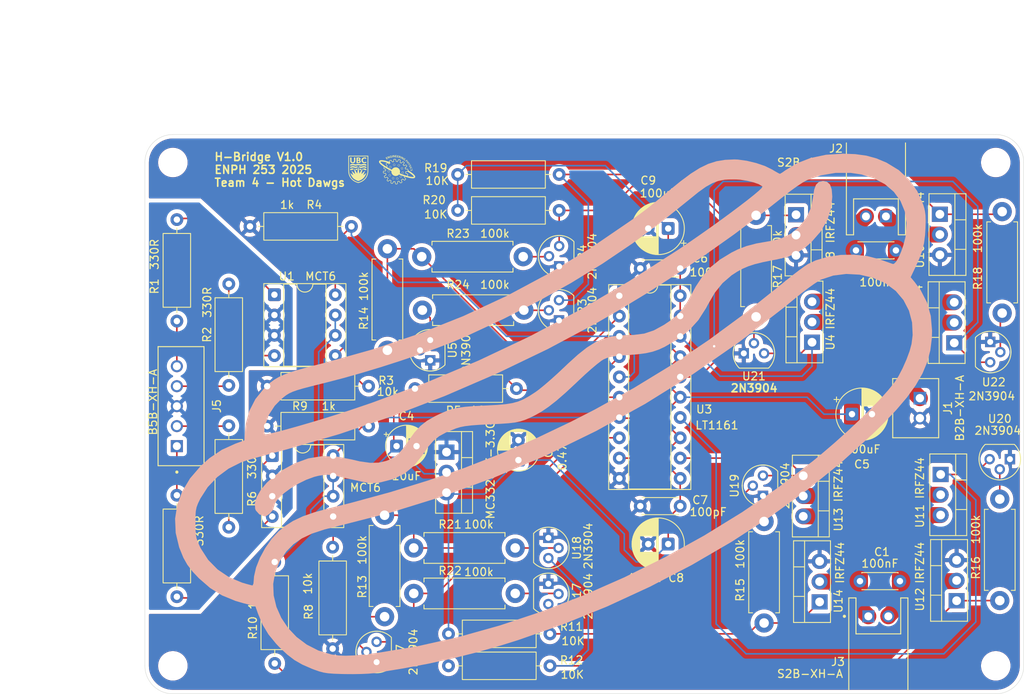
<source format=kicad_pcb>
(kicad_pcb (version 20241229) (generator "pcbnew") (generator_version "9.0")
  (title_block (title "H-Bridge") (rev "V1.0") (company "Team 4"))
  (layers (0 "F.Cu" signal) (2 "B.Cu" signal) (13 "F.Paste" user) (15 "B.Paste" user) (5 "F.SilkS" user "F.Silkscreen") (7 "B.SilkS" user "B.Silkscreen") (1 "F.Mask" user) (3 "B.Mask" user) (25 "Edge.Cuts" user))
  (net 0 "")
  (net 1 "/MOTOR+_2")
  (net 2 "/MOTOR-_2")
  (net 3 "/MOTOR+_1")
  (net 4 "/MOTOR-_1")
  (net 5 "GND")
  (net 6 "+16V")
  (net 7 "+3.3V")
  (net 8 "/DIR_1")
  (net 9 "/SPEED_1")
  (net 10 "/SPEED_2")
  (net 11 "/DIR_2")
  (net 12 "Net-(R1-Pad2)")
  (net 13 "Net-(R2-Pad2)")
  (net 14 "Net-(U3-TIMER1)")
  (net 15 "Net-(U3-INPUT1)")
  (net 16 "Net-(U3-TIMER2)")
  (net 17 "Net-(R6-Pad2)")
  (net 18 "Net-(U3-TIMER3)")
  (net 19 "Net-(U3-INPUT3)")
  (net 20 "Net-(U3-TIMER4)")
  (net 21 "Net-(U14-G)")
  (net 22 "Net-(U12-G)")
  (net 23 "Net-(U7-B)")
  (net 24 "Net-(U5-B)")
  (net 25 "Net-(U19-B)")
  (net 26 "Net-(U20-B)")
  (net 27 "Net-(U21-B)")
  (net 28 "Net-(U10-G)")
  (net 29 "Net-(U22-B)")
  (net 30 "Net-(U18-B)")
  (net 31 "Net-(U17-B)")
  (net 32 "Net-(U24-B)")
  (net 33 "Net-(U23-B)")
  (net 34 "Net-(U24-C)")
  (net 35 "/GATE2")
  (net 36 "/GATE1")
  (net 37 "/GATE4")
  (net 38 "/GATE3")
  (net 39 "ESP_GND")
  (net 40 "Net-(R7-Pad2)")
  (footprint "Resistor_THT:R_Axial_DIN0411_L9.9mm_D3.6mm_P12.70mm_Horizontal" (layer "F.Cu") (at 165.45 125.04 90)
    (property "Reference" "R15")
    (property "Value" "100k")
  )
  (footprint "Capacitor_THT:C_Disc_D4.3mm_W1.9mm_P5.00mm" (layer "F.Cu") (at 149.95 80.66)
    (property "Reference" "C6")
    (property "Value" "100pF")
  )
  (footprint "Package_TO_SOT_THT:TO-220-3_Vertical" (layer "F.Cu") (at 170.35 106.61 -90)
    (property "Reference" "U13")
    (property "Value" "IRFZ44")
  )
  (footprint "Package_TO_SOT_THT:TO-92" (layer "F.Cu") (at 193.75 89.86 -90)
    (property "Reference" "U22")
    (property "Value" "2N3904")
  )
  (footprint "Capacitor_THT:C_Disc_D4.3mm_W1.9mm_P5.00mm" (layer "F.Cu") (at 182.45 119.8 180)
    (property "Reference" "C1")
    (property "Value" "100nF")
  )
  (footprint "Package_TO_SOT_THT:TO-92" (layer "F.Cu") (at 162.91 91.29)
    (property "Reference" "U21")
    (property "Value" "2N3904")
  )
  (footprint "h-bridge-pcb-lib:JST_B5B-XH-A" (layer "F.Cu") (at 92.475 97.9 -90)
    (property "Reference" "J5")
    (property "Value" "B5B-XH-A")
  )
  (footprint "Resistor_THT:R_Axial_DIN0411_L9.9mm_D3.6mm_P12.70mm_Horizontal" (layer "F.Cu") (at 194.95 109.531945 -90)
    (property "Reference" "R16")
    (property "Value" "100k")
  )
  (footprint "h-bridge-pcb-lib:JST_S2B-XH-A" (layer "F.Cu") (at 179.75 129.9)
    (property "Reference" "J3")
    (property "Value" "S2B-XH-A")
  )
  (footprint "Package_TO_SOT_THT:TO-220-3_Vertical" (layer "F.Cu") (at 187.55 106.45 -90)
    (property "Reference" "U11")
    (property "Value" "IRFZ44")
  )
  (footprint "MountingHole:MountingHole_3.2mm_M3" (layer "F.Cu") (at 91.45 130.4)
    (property "Reference" "REF**" (hide yes))
    (property "Value" "MountingHole_3.2mm_M3" (hide yes))
  )
  (footprint "Package_TO_SOT_THT:TO-220-3_Vertical" (layer "F.Cu") (at 189.25 89.98 90)
    (property "Reference" "U9")
    (property "Value" "IRFZ44")
  )
  (footprint "Capacitor_THT:CP_Radial_D6.3mm_P2.50mm" (layer "F.Cu") (at 153.45 115.16 180)
    (property "Reference" "C8")
    (property "Value" "100uF")
  )
  (footprint "Resistor_THT:R_Axial_DIN0309_L9.0mm_D3.2mm_P12.70mm_Horizontal" (layer "F.Cu") (at 127.1 73.4)
    (property "Reference" "R20")
    (property "Value" "10K")
  )
  (footprint "Resistor_THT:R_Axial_DIN0411_L9.9mm_D3.6mm_P12.70mm_Horizontal" (layer "F.Cu") (at 122.6 79.19)
    (property "Reference" "R23")
    (property "Value" "100k")
  )
  (footprint "Resistor_THT:R_Axial_DIN0411_L9.9mm_D3.6mm_P12.70mm_Horizontal" (layer "F.Cu") (at 121.6 115.65)
    (property "Reference" "R21")
    (property "Value" "100k")
  )
  (footprint "Package_TO_SOT_THT:TO-92" (layer "F.Cu") (at 138.45 120.13 -90)
    (property "Reference" "U17")
    (property "Value" "2N3904")
  )
  (footprint "MountingHole:MountingHole_3.2mm_M3" (layer "F.Cu") (at 194.45 130.4)
    (property "Reference" "REF**" (hide yes))
    (property "Value" "MountingHole_3.2mm_M3" (hide yes))
  )
  (footprint "Resistor_THT:R_Axial_DIN0309_L9.0mm_D3.2mm_P12.70mm_Horizontal" (layer "F.Cu") (at 127.1 68.9)
    (property "Reference" "R19")
    (property "Value" "10K")
  )
  (footprint "Package_TO_SOT_THT:TO-220-3_Vertical" (layer "F.Cu") (at 169.45 73.94 -90)
    (property "Reference" "U8")
    (property "Value" "IRFZ44")
  )
  (footprint "Resistor_THT:R_Axial_DIN0411_L9.9mm_D3.6mm_P12.70mm_Horizontal" (layer "F.Cu") (at 117.95 111.55 -90)
    (property "Reference" "R13")
    (property "Value" "100k")
  )
  (footprint "Resistor_THT:R_Axial_DIN0309_L9.0mm_D3.2mm_P12.70mm_Horizontal" (layer "F.Cu") (at 125.95 126.4)
    (property "Reference" "R11")
    (property "Value" "10K")
  )
  (footprint "Resistor_THT:R_Axial_DIN0309_L9.0mm_D3.2mm_P12.70mm_Horizontal" (layer "F.Cu") (at 98.45 95.3 90)
    (property "Reference" "R2")
    (property "Value" "330R")
  )
  (footprint "Resistor_THT:R_Axial_DIN0411_L9.9mm_D3.6mm_P12.70mm_Horizontal" (layer "F.Cu") (at 164.45 86.72 90)
    (property "Reference" "R17")
    (property "Value" "100k")
  )
  (footprint "Capacitor_THT:CP_Radial_D5.0mm_P2.50mm" (layer "F.Cu") (at 119.45 102.9)
    (property "Reference" "C4")
    (property "Value" "10uF")
  )
  (footprint "Package_TO_SOT_THT:TO-92" (layer "F.Cu") (at 196.22 104.531945 180)
    (property "Reference" "U20")
    (property "Value" "2N3904")
  )
  (footprint "Capacitor_THT:CP_Radial_D5.0mm_P2.50mm" (layer "F.Cu") (at 134.7 104.65 90)
    (property "Reference" "C3")
    (property "Value" "0.47uF")
  )
  (footprint "Resistor_THT:R_Axial_DIN0411_L9.9mm_D3.6mm_P12.70mm_Horizontal" (layer "F.Cu") (at 195.25 73.55 -90)
    (property "Reference" "R18")
    (property "Value" "100k")
  )
  (footprint "MountingHole:MountingHole_3.2mm_M3" (layer "F.Cu") (at 91.45 67.4)
    (property "Reference" "REF**" (hide yes))
    (property "Value" "MountingHole_3.2mm_M3" (hide yes))
  )
  (footprint "Capacitor_THT:C_Disc_D4.3mm_W1.9mm_P5.00mm" (layer "F.Cu") (at 149.95 110.41)
    (property "Reference" "C7")
    (property "Value" "100pF")
  )
  (footprint "Resistor_THT:R_Axial_DIN0309_L9.0mm_D3.2mm_P12.70mm_Horizontal" (layer "F.Cu") (at 104.2 117.4 -90)
    (property "Reference" "R10")
    (property "Value" "10K")
  )
  (footprint "Resistor_THT:R_Axial_DIN0309_L9.0mm_D3.2mm_P12.70mm_Horizontal" (layer "F.Cu") (at 91.95 87.25 90)
    (property "Reference" "R1")
    (property "Value" "330R")
  )
  (footprint "Capacitor_THT:CP_Radial_D6.3mm_P2.50mm" (layer "F.Cu") (at 153.45 75.66 180)
    (property "Reference" "C9")
    (property "Value" "100uF")
  )
  (footprint "Resistor_THT:R_Axial_DIN0309_L9.0mm_D3.2mm_P12.70mm_Horizontal" (layer "F.Cu") (at 113.8 75.4 180)
    (property "Reference" "R4")
    (property "Value" "1k")
  )
  (footprint "Capacitor_THT:C_Disc_D4.3mm_W1.9mm_P5.00mm" (layer "F.Cu") (at 176.95 78.4)
    (property "Reference" "C2")
    (property "Value" "100nF")
  )
  (footprint "Resistor_THT:R_Axial_DIN0309_L9.0mm_D3.2mm_P12.70mm_Horizontal" (layer "F.Cu") (at 98.45 100.35 -90)
    (property "Reference" "R6")
    (property "Value" "330R")
  )
  (footprint "Package_DIP:DIP-20_W7.62mm_Socket" (layer "F.Cu") (at 147.33 84.08)
    (property "Reference" "U3")
    (property "Value" "LT1161")
  )
  (footprint "Capacitor_THT:CP_Radial_D6.3mm_P2.50mm" (layer "F.Cu") (at 176.45 98.9)
    (property "Reference" "C5")
    (property "Value" "100uF")
  )
  (footprint "h-bridge-pcb-lib:JST_B2B-XH-A" (layer "F.Cu") (at 184.425 98.15 90)
    (property "Reference" "J1")
    (property "Value" "B2B-XH-A")
  )
  (footprint "Resistor_THT:R_Axial_DIN0309_L9.0mm_D3.2mm_P12.70mm_Horizontal" (layer "F.Cu") (at 125.95 130.4)
    (property "Reference" "R12")
    (property "Value" "10K")
  )
  (footprint "Resistor_THT:R_Axial_DIN0309_L9.0mm_D3.2mm_P12.70mm_Horizontal" (layer "F.Cu") (at 115.95 95.4 180)
    (property "Reference" "R3")
    (property "Value" "10k")
  )
  (footprint "h-bridge-pcb-lib:JST_S2B-XH-A" (layer "F.Cu") (at 179.45 68.45 180)
    (property "Reference" "J2")
    (property "Value" "S2B-XH-A")
  )
  (footprint "Package_TO_SOT_THT:TO-220-3_Vertical" (layer "F.Cu") (at 189.55 122.25 90)
    (property "Reference" "U12")
    (property "Value" "IRFZ44")
  )
  (footprint "Resistor_THT:R_Axial_DIN0411_L9.9mm_D3.6mm_P12.70mm_Horizontal" (layer "F.Cu") (at 118.3 78.2 -90)
    (property "Reference" "R14")
    (property "Value" "100k")
  )
  (footprint "Package_TO_SOT_THT:TO-92" (layer "F.Cu") (at 138.45 114.38 -90)
    (property "Reference" "U18")
    (property "Value" "2N3904")
  )
  (footprint "Package_TO_SOT_THT:TO-220-3_Vertical" (layer "F.Cu") (at 187.45 73.88 -90)
    (property "Reference" "U10")
    (property "Value" "IRFZ44")
  )
  (footprint "Package_TO_SOT_THT:TO-92" (layer "F.Cu") (at 139.78 87.17 90)
    (property "Reference" "U23")
    (property "Value" "2N3904")
  )
  (footprint "Package_DIP:DIP-8_W7.62mm_Socket" (layer "F.Cu") (at 104.16 83.95)
    (property "Reference" "U1")
    (property "Value" "MCT6")
  )
  (footprint "Package_TO_SOT_THT:TO-220-3_Vertical" (layer "F.Cu") (at 172.4 122.4 90)
    (property "Reference" "U14")
    (property "Value" "IRFZ44")
  )
  (footprint "MountingHole:MountingHole_3.2mm_M3" (layer "F.Cu") (at 194.45 67.4)
    (property "Reference" "REF**" (hide yes))
    (property "Value" "MountingHole_3.2mm_M3" (hide yes))
  )
  (footprint "Package_DIP:DIP-8_W7.62mm_Socket" (layer "F.Cu") (at 103.89 104.09)
    (property "Reference" "U6")
    (property "Value" "MCT6")
  )
  (footprint "Package_TO_SOT_THT:TO-92" (layer "F.Cu") (at 116.95 129.94 90)
    (property "Reference" "U7")
    (property "Value" "2N3904")
  )
  (footprint "Resistor_THT:R_Axial_DIN0309_L9.0mm_D3.2mm_P12.70mm_Horizontal" (layer "F.Cu") (at 121.75 95.7)
    (property "Reference" "R5")
    (property "Value" "10K")
  )
  (footprint "Package_TO_SOT_THT:TO-92" (layer "F.Cu") (at 139.8 80.4 90)
    (property "Reference" "U24")
    (property "Value" "2N3904")
  )
  (footprint "Resistor_THT:R_Axial_DIN0309_L9.0mm_D3.2mm_P12.70mm_Horizontal" (layer "F.Cu") (at 111.45 115.55 -90)
    (property "Reference" "R8")
    (property "Value" "10k")
  )
  (footprint "Package_TO_SOT_THT:TO-220-3_Vertical" (layer "F.Cu") (at 171.45 89.9 90)
    (property "Reference" "U4")
    (property "Value" "IRFZ44")
  )
  (footprint "Resistor_THT:R_Axial_DIN0309_L9.0mm_D3.2mm_P12.70mm_Horizontal" (layer "F.Cu") (at 115.95 100.4 180)
    (property "Reference" "R9")
    (property "Value" "1k")
  )
  (footprint "Package_TO_SOT_THT:TO-92" (layer "F.Cu") (at 123.66 92.17 90)
    (property "Reference" "U5")
    (property "Value" "2N3904")
  )
  (footprint "Resistor_THT:R_Axial_DIN0411_L9.9mm_D3.6mm_P12.70mm_Horizontal" (layer "F.Cu") (at 121.6 121.34)
    (property "Reference" "R22")
    (property "Value" "100k")
  )
  (footprint "h-bridge-pcb-lib:fizz-logo" (layer "F.Cu") (at 119.45 68.3)
    (property "Reference" "G***" (hide yes))
    (property "Value" "LOGO" (hide yes))
  )
  (footprint "Package_TO_SOT_THT:TO-92" (layer "F.Cu") (at 165.31 109.13 90)
    (property "Reference" "U19")
    (property "Value" "2N3904")
  )
  (footprint "h-bridge-pcb-lib:ubc-logo" (layer "F.Cu") (at 114.65 68.1)
    (property "Reference" "G***" (hide yes))
    (property "Value" "LOGO" (hide yes))
  )
  (footprint "Package_TO_SOT_THT:TO-220-3_Vertical" (layer "F.Cu") (at 125.7 103.65 -90)
    (property "Reference" "U2")
    (property "Value" "MC33269T-3.3G")
  )
  (footprint "Resistor_THT:R_Axial_DIN0411_L9.9mm_D3.6mm_P12.70mm_Horizontal" (layer "F.Cu") (at 122.68 85.88)
    (property "Reference" "R24")
    (property "Value" "100k")
  )
  (footprint "Resistor_THT:R_Axial_DIN0309_L9.0mm_D3.2mm_P12.70mm_Horizontal" (layer "F.Cu") (at 91.95 109.05 -90)
    (property "Reference" "R7")
    (property "Value" "330R")
  )
  (footprint "lib_luca:hotdog" (layer "B.Cu") (at 138.95 98.9 180)
    (property "Reference" "G***" (hide yes))
    (property "Value" "LOGO" (hide yes))
  )
  (gr_arc (start 91.45 133.9) (mid 88.975126 132.874874) (end 87.95 130.4) (stroke (width 0.05)) (layer "Edge.Cuts"))
  (gr_line (start 87.95 130.4) (end 87.95 67.4) (stroke (width 0.05)) (layer "Edge.Cuts"))
  (gr_line (start 197.95 67.4) (end 197.95 130.4) (stroke (width 0.05)) (layer "Edge.Cuts"))
  (gr_arc (start 194.45 63.9) (mid 196.924874 64.925126) (end 197.95 67.4) (stroke (width 0.05)) (layer "Edge.Cuts"))
  (gr_arc (start 197.95 130.4) (mid 196.924874 132.874874) (end 194.45 133.9) (stroke (width 0.05)) (layer "Edge.Cuts"))
  (gr_arc (start 87.95 67.4) (mid 88.975126 64.925126) (end 91.45 63.9) (stroke (width 0.05)) (layer "Edge.Cuts"))
  (gr_line (start 194.45 133.9) (end 91.45 133.9) (stroke (width 0.05)) (layer "Edge.Cuts"))
  (gr_line (start 91.45 63.9) (end 194.45 63.9) (stroke (width 0.05)) (layer "Edge.Cuts"))
  (gr_text "H-Bridge V1.0\nENPH 253 2025\nTeam 4 - Hot Dawgs\n" (at 96.55 70.5 0) (layer "F.SilkS") (effects (font (size 1 1) (thickness 0.2) (bold yes)) (justify left bottom)))
  (segment (start 181 124.2) (end 181 124.15) (width 2) (layer "F.Cu") (net 1))
  (segment (start 189.46 119.8) (end 189.55 119.71) (width 0.781) (layer "F.Cu") (net 1))
  (segment (start 182.54 119.71) (end 182.45 119.8) (width 0.781) (layer "F.Cu") (net 1))
  (segment (start 182.45 119.8) (end 189.46 119.8) (width 2) (layer "F.Cu") (net 1))
  (segment (start 186.32 111.53) (end 187.55 111.53) (width 2) (layer "F.Cu") (net 1))
  (segment (start 182.45 119.8) (end 182.45 115.4) (width 2) (layer "F.Cu") (net 1))
  (segment (start 182.45 115.4) (end 186.32 111.53) (width 2) (layer "F.Cu") (net 1))
  (segment (start 182.45 122.7) (end 182.45 119.8) (width 2) (layer "F.Cu") (net 1))
  (segment (start 181 124.15) (end 182.45 122.7) (width 2) (layer "F.Cu") (net 1))
  (segment (start 177.45 116.4) (end 177.45 119.8) (width 2) (layer "F.Cu") (net 2))
  (segment (start 172.74 111.69) (end 177.45 116.4) (width 2) (layer "F.Cu") (net 2))
  (segment (start 172.4 119.86) (end 177.39 119.86) (width 2) (layer "F.Cu") (net 2))
  (segment (start 177.39 119.86) (end 177.45 119.8) (width 0.781) (layer "F.Cu") (net 2))
  (segment (start 177.45 123.15) (end 178.5 124.2) (width 2) (layer "F.Cu") (net 2))
  (segment (start 177.45 119.8) (end 177.45 123.15) (width 2) (layer "F.Cu") (net 2))
  (segment (start 170.35 111.69) (end 172.74 111.69) (width 2) (layer "F.Cu") (net 2))
  (segment (start 172.46 119.8) (end 172.4 119.86) (width 0.781) (layer "F.Cu") (net 2))
  (segment (start 169.45 76.48) (end 172.53 76.48) (width 2) (layer "F.Cu") (net 3))
  (segment (start 171.45 84.82) (end 174.53 84.82) (width 2) (layer "F.Cu") (net 3))
  (segment (start 172.53 76.48) (end 174.45 78.4) (width 2) (layer "F.Cu") (net 3))
  (segment (start 176.95 82.4) (end 176.95 78.4) (width 2) (layer "F.Cu") (net 3))
  (segment (start 176.95 78.4) (end 176.95 75.4) (width 2) (layer "F.Cu") (net 3))
  (segment (start 176.95 75.4) (end 178.2 74.15) (width 2) (layer "F.Cu") (net 3))
  (segment (start 174.53 84.82) (end 176.95 82.4) (width 2) (layer "F.Cu") (net 3))
  (segment (start 174.45 78.4) (end 176.95 78.4) (width 2) (layer "F.Cu") (net 3))
  (segment (start 181.95 78.4) (end 183.95 78.4) (width 2) (layer "F.Cu") (net 4))
  (segment (start 185.95 76.4) (end 185.97 76.42) (width 0.781) (layer "F.Cu") (net 4))
  (segment (start 181.95 78.4) (end 181.95 75.4) (width 2) (layer "F.Cu") (net 4))
  (segment (start 183.95 78.4) (end 185.95 76.4) (width 2) (layer "F.Cu") (net 4))
  (segment (start 189.25 84.9) (end 189.45 84.9) (width 0.781) (layer "F.Cu") (net 4))
  (segment (start 184.45 84.9) (end 181.95 82.4) (width 2) (layer "F.Cu") (net 4))
  (segment (start 185.97 76.42) (end 187.45 76.42) (width 2) (layer "F.Cu") (net 4))
  (segment (start 181.95 82.4) (end 181.95 78.4) (width 2) (layer "F.Cu") (net 4))
  (segment (start 181.95 75.4) (end 180.7 74.15) (width 2) (layer "F.Cu") (net 4))
  (segment (start 189.25 84.9) (end 184.45 84.9) (width 2) (layer "F.Cu") (net 4))
  (segment (start 153.45 100.36) (end 154.95 101.86) (width 0.2) (layer "F.Cu") (net 6))
  (segment (start 154.95 84.08) (end 154.95 86.62) (width 0.2) (layer "F.Cu") (net 6))
  (segment (start 176.45 96.4) (end 177.95 94.9) (width 2) (layer "F.Cu") (net 6))
  (segment (start 175.95 92.9) (end 177.95 94.9) (width 2) (layer "F.Cu") (net 6))
  (segment (start 153.45 103.36) (end 153.45 105.44) (width 0.2) (layer "F.Cu") (net 6))
  (segment (start 154.95 106.94) (end 154.95 110.41) (width 0.2) (layer "F.Cu") (net 6))
  (segment (start 153.45 98.28) (end 153.45 100.36) (width 0.2) (layer "F.Cu") (net 6))
  (segment (start 175.95 89.9) (end 178.41 87.44) (width 2) (layer "F.Cu") (net 6))
  (segment (start 153.45 111.91) (end 154.95 110.41) (width 0.2) (layer "F.Cu") (net 6))
  (segment (start 153.45 75.66) (end 153.45 79.16) (width 0.2) (layer "F.Cu") (net 6))
  (segment (start 176.45 107.4) (end 174.7 109.15) (width 2) (layer "F.Cu") (net 6))
  (segment (start 154.95 86.62) (end 153.45 88.12) (width 0.2) (layer "F.Cu") (net 6))
  (segment (start 182.95 94.9) (end 184.95 96.9) (width 2) (layer "F.Cu") (net 6))
  (segment (start 176.45 98.9) (end 176.45 107.4) (width 2) (layer "F.Cu") (net 6))
  (segment (start 154.95 96.78) (end 153.45 98.28) (width 0.2) (layer "F.Cu") (net 6))
  (segment (start 178.41 87.44) (end 189.25 87.44) (width 2) (layer "F.Cu") (net 6))
  (segment (start 153.45 93.2) (end 153.45 95.28) (width 0.2) (layer "F.Cu") (net 6))
  (segment (start 174.7 109.15) (end 170.35 109.15) (width 2) (layer "F.Cu") (net 6))
  (segment (start 153.45 115.16) (end 153.45 111.91) (width 0.2) (layer "F.Cu") (net 6))
  (segment (start 153.45 105.44) (end 154.95 106.94) (width 0.2) (layer "F.Cu") (net 6))
  (segment (start 153.45 79.16) (end 154.95 80.66) (width 0.2) (layer "F.Cu") (net 6))
  (segment (start 176.45 98.9) (end 176.45 96.4) (width 2) (layer "F.Cu") (net 6))
  (segment (start 175.95 89.9) (end 175.95 92.9) (width 2) (layer "F.Cu") (net 6))
  (segment (start 154.95 101.86) (end 153.45 103.36) (width 0.2) (layer "F.Cu") (net 6))
  (segment (start 154.95 91.7) (end 153.45 93.2) (width 0.2) (layer "F.Cu") (net 6))
  (segment (start 153.45 95.28) (end 154.95 96.78) (width 0.2) (layer "F.Cu") (net 6))
  (segment (start 177.95 94.9) (end 182.95 94.9) (width 2) (layer "F.Cu") (net 6))
  (segment (start 173.41 87.36) (end 175.95 89.9) (width 2) (layer "F.Cu") (net 6))
  (segment (start 171.45 87.36) (end 173.41 87.36) (width 2) (layer "F.Cu") (net 6))
  (segment (start 154.95 84.08) (end 154.95 80.66) (width 0.2) (layer "F.Cu") (net 6))
  (segment (start 178.04 108.99) (end 187.55 108.99) (width 2) (layer "F.Cu") (net 6))
  (segment (start 153.45 90.2) (end 154.95 91.7) (width 0.2) (layer "F.Cu") (net 6))
  (segment (start 153.45 88.12) (end 153.45 90.2) (width 0.2) (layer "F.Cu") (net 6))
  (segment (start 176.45 107.4) (end 178.04 108.99) (width 2) (layer "F.Cu") (net 6))
  (segment (start 130.45 108.9) (end 134.7 104.65) (width 0.2) (layer "B.Cu") (net 6))
  (segment (start 125.87 108.9) (end 130.45 108.9) (width 0.2) (layer "B.Cu") (net 6))
  (segment (start 147.95 115.9) (end 149.45 117.4) (width 0.2) (layer "B.Cu") (net 6))
  (segment (start 125.7 108.73) (end 125.87 108.9) (width 0.2) (layer "B.Cu") (net 6))
  (segment (start 128.201 67.799) (end 145.589 67.799) (width 0.2) (layer "B.Cu") (net 6))
  (segment (start 127.1 68.9) (end 127.1 73.4) (width 0.2) (layer "B.Cu") (net 6))
  (segment (start 151.21 117.4) (end 153.45 115.16) (width 0.2) (layer "B.Cu") (net 6))
  (segment (start 134.7 104.65) (end 138.7 104.65) (width 0.2) (layer "B.Cu") (net 6))
  (segment (start 127.1 68.9) (end 128.201 67.799) (width 0.2) (layer "B.Cu") (net 6))
  (segment (start 125.7 108.73) (end 125.95 108.98) (width 0.2) (layer "B.Cu") (net 6))
  (segment (start 125.95 130.4) (end 125.95 126.4) (width 0.2) (layer "B.Cu") (net 6))
  (segment (start 153.45 115.16) (end 153.45 114.9) (width 0.2) (layer "B.Cu") (net 6))
  (segment (start 170.83 96.78) (end 172.95 98.9) (width 0.2) (layer "B.Cu") (net 6))
  (segment (start 147.95 113.9) (end 147.95 115.9) (width 0.2) (layer "B.Cu") (net 6))
  (segment (start 154.95 96.78) (end 170.83 96.78) (width 0.2) (layer "B.Cu") (net 6))
  (segment (start 125.95 108.98) (end 125.95 126.4) (width 0.2) (layer "B.Cu") (net 6))
  (segment (start 145.589 67.799) (end 153.45 75.66) (width 0.2) (layer "B.Cu") (net 6))
  (segment (start 149.45 117.4) (end 151.21 117.4) (width 0.2) (layer "B.Cu") (net 6))
  (segment (start 172.95 98.9) (end 176.45 98.9) (width 0.2) (layer "B.Cu") (net 6))
  (segment (start 138.7 104.65) (end 147.95 113.9) (width 0.2) (layer "B.Cu") (net 6))
  (segment (start 121.75 95.7) (end 119.1 98.35) (width 0.2) (layer "F.Cu") (net 7))
  (segment (start 119.1 98.35) (end 119.1 102.55) (width 0.2) (layer "F.Cu") (net 7))
  (segment (start 125.91 106.4) (end 125.7 106.19) (width 0.2) (layer "F.Cu") (net 7))
  (segment (start 119.1 102.55) (end 119.45 102.9) (width 0.2) (layer "F.Cu") (net 7))
  (segment (start 111.51 106.63) (end 109.7 104.82) (width 0.2) (layer "B.Cu") (net 7))
  (segment (start 109.7 104.82) (end 109.7 91.11) (width 0.2) (layer "B.Cu") (net 7))
  (segment (start 104.45 117.4) (end 108.7 113.15) (width 0.2) (layer "B.Cu") (net 7))
  (segment (start 122.91 106.36) (end 119.45 102.9) (width 0.2) (layer "B.Cu") (net 7))
  (segment (start 109.7 91.11) (end 111.78 89.03) (width 0.2) (layer "B.Cu") (net 7))
  (segment (start 125.53 106.36) (end 122.91 106.36) (width 0.2) (layer "B.Cu") (net 7))
  (segment (start 111.51 106.63) (end 112.22 106.63) (width 0.2) (layer "B.Cu") (net 7))
  (segment (start 112.45 106.4) (end 115.95 106.4) (width 0.2) (layer "B.Cu") (net 7))
  (segment (start 104.2 117.4) (end 104.45 117.4) (width 0.2) (layer "B.Cu") (net 7))
  (segment (start 111.51 106.63) (end 111.51 109.17) (width 0.2) (layer "B.Cu") (net 7))
  (segment (start 110.43 109.17) (end 111.51 109.17) (width 0.2) (layer "B.Cu") (net 7))
  (segment (start 115.95 106.4) (end 119.45 102.9) (width 0.2) (layer "B.Cu") (net 7))
  (segment (start 111.78 86.49) (end 111.78 89.03) (width 0.2) (layer "B.Cu") (net 7))
  (segment (start 108.7 113.15) (end 108.7 110.9) (width 0.2) (layer "B.Cu") (net 7))
  (segment (start 108.7 110.9) (end 110.43 109.17) (width 0.2) (layer "B.Cu") (net 7))
  (segment (start 125.7 106.19) (end 125.53 106.36) (width 0.2) (layer "B.Cu") (net 7))
  (segment (start 112.22 106.63) (end 112.45 106.4) (width 0.2) (layer "B.Cu") (net 7))
  (segment (start 91.95 95.4) (end 98.35 95.4) (width 0.2) (layer "F.Cu") (net 8))
  (segment (start 98.35 95.4) (end 98.45 95.3) (width 0.2) (layer "F.Cu") (net 8))
  (segment (start 91.95 92.9) (end 91.95 87.25) (width 0.2) (layer "F.Cu") (net 9))
  (segment (start 91.95 100.4) (end 98.4 100.4) (width 0.2) (layer "F.Cu") (net 10))
  (segment (start 98.4 100.4) (end 98.45 100.35) (width 0.2) (layer "F.Cu") (net 10))
  (segment (start 91.95 102.9) (end 91.95 109.05) (width 0.2) (layer "F.Cu") (net 11))
  (segment (start 91.95 74.4) (end 94.61 74.4) (width 0.2) (layer "F.Cu") (net 12))
  (segment (start 91.95 74.55) (end 91.95 74.4) (width 0.2) (layer "F.Cu") (net 12))
  (segment (start 94.61 74.4) (end 104.16 83.95) (width 0.2) (layer "F.Cu") (net 12))
  (segment (start 98.45 82.6) (end 98.45 87.9) (width 0.2) (layer "F.Cu") (net 13))
  (segment (start 98.45 87.9) (end 102.12 91.57) (width 0.2) (layer "F.Cu") (net 13))
  (segment (start 102.12 91.57) (end 104.16 91.57) (width 0.2) (layer "F.Cu") (net 13))
  (segment (start 111.78 91.57) (end 118.3 85.05) (width 0.2) (layer "F.Cu") (net 14))
  (segment (start 118.3 78.2) (end 121.61 78.2) (width 0.2) (layer "F.Cu") (net 14))
  (segment (start 115.95 95.4) (end 115.45 95.4) (width 0.2) (layer "F.Cu") (net 14))
  (segment (start 115.45 95.4) (end 111.78 91.73) (width 0.2) (layer "F.Cu") (net 14))
  (segment (start 111.78 91.73) (end 111.78 91.57) (width 0.2) (layer "F.Cu") (net 14))
  (segment (start 147.33 86.62) (end 141.3 92.65) (width 0.2) (layer "F.Cu") (net 14))
  (segment (start 136.06 92.65) (end 122.6 79.19) (width 0.2) (layer "F.Cu") (net 14))
  (segment (start 118.3 85.05) (end 118.3 78.2) (width 0.2) (layer "F.Cu") (net 14))
  (segment (start 141.3 92.65) (end 136.06 92.65) (width 0.2) (layer "F.Cu") (net 14))
  (segment (start 121.61 78.2) (end 122.6 79.19) (width 0.2) (layer "F.Cu") (net 14))
  (segment (start 111.78 83.95) (end 111.78 77.42) (width 0.2) (layer "F.Cu") (net 15))
  (segment (start 111.78 77.42) (end 113.8 75.4) (width 0.2) (layer "F.Cu") (net 15))
  (segment (start 149.2 93.65) (end 148.61 94.24) (width 0.2) (layer "B.Cu") (net 15))
  (segment (start 149.2 90.15) (end 149.2 93.65) (width 0.2) (layer "B.Cu") (net 15))
  (segment (start 147.33 89.16) (end 148.21 89.16) (width 0.2) (layer "B.Cu") (net 15))
  (segment (start 113.8 75.4) (end 113.8 76.53137) (width 0.2) (layer "B.Cu") (net 15))
  (segment (start 126.45 82.4) (end 133.21 89.16) (width 0.2) (layer "B.Cu") (net 15))
  (segment (start 119.66863 82.4) (end 126.45 82.4) (width 0.2) (layer "B.Cu") (net 15))
  (segment (start 148.61 94.24) (end 147.33 94.24) (width 0.2) (layer "B.Cu") (net 15))
  (segment (start 133.21 89.16) (end 147.33 89.16) (width 0.2) (layer "B.Cu") (net 15))
  (segment (start 148.21 89.16) (end 149.2 90.15) (width 0.2) (layer "B.Cu") (net 15))
  (segment (start 113.8 76.53137) (end 119.66863 82.4) (width 0.2) (layer "B.Cu") (net 15))
  (segment (start 128.38 89.63) (end 123.66 89.63) (width 0.2) (layer "F.Cu") (net 16))
  (segment (start 134.45 95.7) (end 128.38 89.63) (width 0.2) (layer "F.Cu") (net 16))
  (segment (start 123.66 86.86) (end 122.68 85.88) (width 0.2) (layer "F.Cu") (net 16))
  (segment (start 134.45 95.7) (end 134.65 95.9) (width 0.2) (layer "F.Cu") (net 16))
  (segment (start 123.66 89.63) (end 123.66 86.86) (width 0.2) (layer "F.Cu") (net 16))
  (segment (start 143.13 95.9) (end 147.33 91.7) (width 0.2) (layer "F.Cu") (net 16))
  (segment (start 134.65 95.9) (end 143.13 95.9) (width 0.2) (layer "F.Cu") (net 16))
  (segment (start 98.45 109.53) (end 103.89 104.09) (width 0.2) (layer "F.Cu") (net 17))
  (segment (start 98.45 113.05) (end 98.45 109.53) (width 0.2) (layer "F.Cu") (net 17))
  (segment (start 111.67 111.55) (end 111.51 111.71) (width 0.2) (layer "F.Cu") (net 18))
  (segment (start 111.51 115.49) (end 111.45 115.55) (width 0.2) (layer "F.Cu") (net 18))
  (segment (start 119.6 111.55) (end 121.6 113.55) (width 0.2) (layer "F.Cu") (net 18))
  (segment (start 145.45 97.15) (end 145.45 98.65) (width 0.2) (layer "F.Cu") (net 18))
  (segment (start 128.45 115.65) (end 121.6 115.65) (width 0.2) (layer "F.Cu") (net 18))
  (segment (start 145.45 98.65) (end 128.45 115.65) (width 0.2) (layer "F.Cu") (net 18))
  (segment (start 121.6 113.55) (end 121.6 115.65) (width 0.2) (layer "F.Cu") (net 18))
  (segment (start 147.33 96.78) (end 145.82 96.78) (width 0.2) (layer "F.Cu") (net 18))
  (segment (start 117.95 111.55) (end 119.6 111.55) (width 0.2) (layer "F.Cu") (net 18))
  (segment (start 111.51 111.71) (end 111.51 115.49) (width 0.2) (layer "F.Cu") (net 18))
  (segment (start 145.82 96.78) (end 145.45 97.15) (width 0.2) (layer "F.Cu") (net 18))
  (segment (start 117.95 111.55) (end 111.67 111.55) (width 0.2) (layer "F.Cu") (net 18))
  (segment (start 111.51 104.09) (end 115.3 100.3) (width 0.2) (layer "F.Cu") (net 19))
  (segment (start 149.95 100.4) (end 149.95 103.4) (width 0.2) (layer "F.Cu") (net 19))
  (segment (start 147.41 99.4) (end 148.95 99.4) (width 0.2) (layer "F.Cu") (net 19))
  (segment (start 115.3 100.3) (end 115.85 100.3) (width 0.2) (layer "F.Cu") (net 19))
  (segment (start 148.95 104.4) (end 147.33 104.4) (width 0.2) (layer "F.Cu") (net 19))
  (segment (start 115.85 100.3) (end 115.95 100.4) (width 0.2) (layer "F.Cu") (net 19))
  (segment (start 149.95 103.4) (end 148.95 104.4) (width 0.2) (layer "F.Cu") (net 19))
  (segment (start 147.33 99.32) (end 147.41 99.4) (width 0.2) (layer "F.Cu") (net 19))
  (segment (start 148.95 99.4) (end 149.95 100.4) (width 0.2) (layer "F.Cu") (net 19))
  (segment (start 147.33 99.32) (end 117.03 99.32) (width 0.2) (layer "B.Cu") (net 19))
  (segment (start 117.03 99.32) (end 115.95 100.4) (width 0.2) (layer "B.Cu") (net 19))
  (segment (start 104.2 130.1) (end 106.5 132.4) (width 0.2) (layer "F.Cu") (net 20))
  (segment (start 106.5 132.4) (end 118.95 132.4) (width 0.2) (layer "F.Cu") (net 20))
  (segment (start 121.6 124.75) (end 121.6 121.34) (width 0.2) (layer "F.Cu") (net 20))
  (segment (start 143.99 101.86) (end 124.51 121.34) (width 0.2) (layer "F.Cu") (net 20))
  (segment (start 118.95 127.4) (end 121.6 124.75) (width 0.2) (layer "F.Cu") (net 20))
  (segment (start 124.51 121.34) (end 121.6 121.34) (width 0.2) (layer "F.Cu") (net 20))
  (segment (start 120.45 130.9) (end 120.45 128.9) (width 0.2) (layer "F.Cu") (net 20))
  (segment (start 147.33 101.86) (end 143.99 101.86) (width 0.2) (layer "F.Cu") (net 20))
  (segment (start 118.95 132.4) (end 120.45 130.9) (width 0.2) (layer "F.Cu") (net 20))
  (segment (start 118.95 127.4) (end 116.95 127.4) (width 0.2) (layer "F.Cu") (net 20))
  (segment (start 120.45 128.9) (end 118.95 127.4) (width 0.2) (layer "F.Cu") (net 20))
  (segment (start 163.45 126.4) (end 138.65 126.4) (width 0.2) (layer "F.Cu") (net 21))
  (segment (start 169.76 125.04) (end 172.4 122.4) (width 0.2) (layer "F.Cu") (net 21))
  (segment (start 165.45 125.04) (end 165.09 125.04) (width 0.2) (layer "F.Cu") (net 21))
  (segment (start 138.45 126.2) (end 138.65 126.4) (width 0.2) (layer "F.Cu") (net 21))
  (segment (start 165.45 125.04) (end 169.76 125.04) (width 0.2) (layer "F.Cu") (net 21))
  (segment (start 165.09 125.04) (end 164.95 124.9) (width 0.2) (layer "F.Cu") (net 21))
  (segment (start 164.95 124.9) (end 163.45 126.4) (width 0.2) (layer "F.Cu") (net 21))
  (segment (start 138.45 122.67) (end 138.45 126.2) (width 0.2) (layer "F.Cu") (net 21))
  (segment (start 192.818055 122.231945) (end 194.95 122.231945) (width 0.2) (layer "F.Cu") (net 22))
  (segment (start 189.55 122.25) (end 192.8 122.25) (width 0.2) (layer "F.Cu") (net 22))
  (segment (start 192.8 122.25) (end 192.818055 122.231945) (width 0.2) (layer "F.Cu") (net 22))
  (segment (start 138.65 130.4) (end 181.4 130.4) (width 0.2) (layer "F.Cu") (net 22))
  (segment (start 181.4 130.4) (end 189.55 122.25) (width 0.2) (layer "F.Cu") (net 22))
  (segment (start 138.65 130.4) (end 141.45 130.4) (width 0.2) (layer "B.Cu") (net 22))
  (segment (start 141.45 130.4) (end 143.45 128.4) (width 0.2) (layer "B.Cu") (net 22))
  (segment (start 143.45 128.4) (end 143.45 121.92) (width 0.2) (layer "B.Cu") (net 22))
  (segment (start 143.45 121.92) (end 138.45 116.92) (width 0.2) (layer "B.Cu") (net 22))
  (segment (start 115.6 124.25) (end 117.95 124.25) (width 0.2) (layer "F.Cu") (net 23))
  (segment (start 114.45 125.4) (end 115.6 124.25) (width 0.2) (layer "F.Cu") (net 23))
  (segment (start 115.68 128.67) (end 114.45 127.44) (width 0.2) (layer "F.Cu") (net 23))
  (segment (start 114.45 127.44) (end 114.45 125.4) (width 0.2) (layer "F.Cu") (net 23))
  (segment (start 118.3 90.9) (end 122.39 90.9) (width 0.2) (layer "F.Cu") (net 24))
  (segment (start 163.99 107.86) (end 164.04 107.86) (width 0.2) (layer "F.Cu") (net 25))
  (segment (start 162.95 108.9) (end 163.99 107.86) (width 0.2) (layer "F.Cu") (net 25))
  (segment (start 163.39 112.34) (end 162.95 111.9) (width 0.2) (layer "F.Cu") (net 25))
  (segment (start 162.95 111.9) (end 162.95 108.9) (width 0.2) (layer "F.Cu") (net 25))
  (segment (start 165.45 112.34) (end 163.39 112.34) (width 0.2) (layer "F.Cu") (net 25))
  (segment (start 194.95 105.801945) (end 194.95 109.531945) (width 0.2) (layer "F.Cu") (net 26))
  (segment (start 164.18 86.99) (end 164.45 86.72) (width 0.2) (layer "F.Cu") (net 27))
  (segment (start 164.18 90.02) (end 164.18 86.99) (width 0.2) (layer "F.Cu") (net 27))
  (segment (start 182.47 68.9) (end 187.45 73.88) (width 0.2) (layer "F.Cu") (net 28))
  (segment (start 139.8 68.9) (end 182.47 68.9) (width 0.2) (layer "F.Cu") (net 28))
  (segment (start 194.92 73.88) (end 195.25 73.55) (width 0.2) (layer "F.Cu") (net 28))
  (segment (start 187.45 73.88) (end 194.92 73.88) (width 0.2) (layer "F.Cu") (net 28))
  (segment (start 139.78 84.63) (end 139.78 84.73) (width 0.2) (layer "B.Cu") (net 28))
  (segment (start 139.78 84.73) (end 139.95 84.9) (width 0.2) (layer "B.Cu") (net 28))
  (segment (start 143.45 82.65) (end 143.45 72.55) (width 0.2) (layer "B.Cu") (net 28))
  (segment (start 143.45 72.55) (end 139.8 68.9) (width 0.2) (layer "B.Cu") (net 28))
  (segment (start 139.78 84.63) (end 141.47 84.63) (width 0.2) (layer "B.Cu") (net 28))
  (segment (start 141.47 84.63) (end 143.45 82.65) (width 0.2) (layer "B.Cu") (net 28))
  (segment (start 195.02 91.13) (end 195.02 86.48) (width 0.2) (layer "F.Cu") (net 29))
  (segment (start 195.02 86.48) (end 195.25 86.25) (width 0.2) (layer "F.Cu") (net 29))
  (segment (start 134.3 115.65) (end 139.72 115.65) (width 0.2) (layer "F.Cu") (net 30))
  (segment (start 139.66 121.34) (end 139.72 121.4) (width 0.2) (layer "F.Cu") (net 31))
  (segment (start 134.3 121.34) (end 139.66 121.34) (width 0.2) (layer "F.Cu") (net 31))
  (segment (start 135.3 79.19) (end 138.47 79.19) (width 0.2) (layer "F.Cu") (net 32))
  (segment (start 138.47 79.19) (end 138.53 79.13) (width 0.2) (layer "F.Cu") (net 32))
  (segment (start 138.51 85.9) (end 135.4 85.9) (width 0.2) (layer "F.Cu") (net 33))
  (segment (start 135.4 85.9) (end 135.38 85.88) (width 0.2) (layer "F.Cu") (net 33))
  (segment (start 148.95 70.4) (end 156.45 70.4) (width 0.2) (layer "F.Cu") (net 34))
  (segment (start 145.95 73.4) (end 148.95 70.4) (width 0.2) (layer "F.Cu") (net 34))
  (segment (start 139.8 73.4) (end 145.95 73.4) (width 0.2) (layer "F.Cu") (net 34))
  (segment (start 164.45 74.02) (end 169.37 74.02) (width 0.2) (layer "F.Cu") (net 34))
  (segment (start 156.45 70.4) (end 160.07 74.02) (width 0.2) (layer "F.Cu") (net 34))
  (segment (start 139.8 77.86) (end 139.8 73.4) (width 0.2) (layer "F.Cu") (net 34))
  (segment (start 160.07 74.02) (end 164.45 74.02) (width 0.2) (layer "F.Cu") (net 34))
  (segment (start 169.37 74.02) (end 169.45 73.94) (width 0.2) (layer "F.Cu") (net 34))
  (segment (start 159.2 90.4) (end 159.2 92.4) (width 0.2) (layer "F.Cu") (net 35))
  (segment (start 191.67 92.4) (end 189.25 89.98) (width 0.2) (layer "F.Cu") (net 35))
  (segment (start 159.2 92.4) (end 157.36 94.24) (width 0.2) (layer "F.Cu") (net 35))
  (segment (start 193.75 92.4) (end 191.67 92.4) (width 0.2) (layer "F.Cu") (net 35))
  (segment (start 157.36 94.24) (end 154.95 94.24) (width 0.2) (layer "F.Cu") (net 35))
  (via (at 159.2 90.4) (size 0.6) (drill 0.3) (layers "F.Cu" "B.Cu") (net 35))
  (segment (start 189.075 69.775) (end 192.2 72.9) (width 0.2) (layer "B.Cu") (net 35))
  (segment (start 159.2 70.9) (end 160.325 69.775) (width 0.2) (layer "B.Cu") (net 35))
  (segment (start 189.62 89.98) (end 189.25 89.98) (width 0.2) (layer "B.Cu") (net 35))
  (segment (start 159.2 90.4) (end 159.2 70.9) (width 0.2) (layer "B.Cu") (net 35))
  (segment (start 160.325 69.775) (end 189.075 69.775) (width 0.2) (layer "B.Cu") (net 35))
  (segment (start 192.2 72.9) (end 192.2 87.4) (width 0.2) (layer "B.Cu") (net 35))
  (segment (start 192.2 87.4) (end 189.62 89.98) (width 0.2) (layer "B.Cu") (net 35))
  (segment (start 165.45 91.29) (end 170.06 91.29) (width 0.2) (layer "F.Cu") (net 36))
  (segment (start 170.06 91.29) (end 171.45 89.9) (width 0.2) (layer "F.Cu") (net 36))
  (segment (start 171.45 92.9) (end 171.45 89.9) (width 0.2) (layer "B.Cu") (net 36))
  (segment (start 159.94 94.15) (end 170.2 94.15) (width 0.2) (layer "B.Cu") (net 36))
  (segment (start 170.2 94.15) (end 171.45 92.9) (width 0.2) (layer "B.Cu") (net 36))
  (segment (start 154.95 89.16) (end 159.94 94.15) (width 0.2) (layer "B.Cu") (net 36))
  (segment (start 170.33 106.59) (end 170.35 106.61) (width 0.2) (layer "F.Cu") (net 37))
  (segment (start 165.31 106.54) (end 165.45 106.4) (width 0.2) (layer "F.Cu") (net 37))
  (segment (start 165.31 106.59) (end 165.31 106.54) (width 0.2) (layer "F.Cu") (net 37))
  (segment (start 154.95 104.4) (end 168.14 104.4) (width 0.2) (layer "F.Cu") (net 37))
  (segment (start 165.31 106.59) (end 170.33 106.59) (width 0.2) (layer "F.Cu") (net 37))
  (segment (start 168.14 104.4) (end 170.35 106.61) (width 0.2) (layer "F.Cu") (net 37))
  (segment (start 193.68 104.57) (end 193.68 104.531945) (width 0.2) (layer "F.Cu") (net 38))
  (segment (start 187.55 106.45) (end 191.8 106.45) (width 0.2) (layer "F.Cu") (net 38))
  (segment (start 191.8 106.45) (end 193.68 104.57) (width 0.2) (layer "F.Cu") (net 38))
  (segment (start 159.45 103.82) (end 159.45 125.15) (width 0.2) (layer "B.Cu") (net 38))
  (segment (start 154.95 99.32) (end 159.45 103.82) (width 0.2) (layer "B.Cu") (net 38))
  (segment (start 163.2 128.9) (end 187.95 128.9) (width 0.2) (layer "B.Cu") (net 38))
  (segment (start 191.95 109.65) (end 188.75 106.45) (width 0.2) (layer "B.Cu") (net 38))
  (segment (start 159.45 125.15) (end 163.2 128.9) (width 0.2) (layer "B.Cu") (net 38))
  (segment (start 187.95 128.9) (end 191.95 124.9) (width 0.2) (layer "B.Cu") (net 38))
  (segment (start 191.95 124.9) (end 191.95 109.65) (width 0.2) (layer "B.Cu") (net 38))
  (segment (start 188.75 106.45) (end 187.55 106.45) (width 0.2) (layer "B.Cu") (net 38))
  (segment (start 91.95 121.75) (end 91.95 121.9) (width 0.2) (layer "F.Cu") (net 40))
  (segment (start 91.95 121.9) (end 93.7 121.9) (width 0.2) (layer "F.Cu") (net 40))
  (segment (start 93.7 121.9) (end 103.89 111.71) (width 0.2) (layer "F.Cu") (net 40))
  (zone (net 5) (net_name "GND") (layers "F.Cu" "B.Cu") (name "ESP_GND") (priority 1) (connect_pads (clearance 0.5)) (min_thickness 0.25) (fill yes (thermal_gap 0.5) (thermal_bridge_width 0.5))
    (polygon (pts (xy 87.95 63.9) (xy 197.95 63.9) (xy 197.95 133.9) (xy 87.95 133.9) (xy 87.95 123.9) (xy 94.95 123.9) (xy 106.95 110.9) (xy 106.95 102.15) (xy 100.95 102.15) (xy 100.95 93.4) (xy 106.95 93.4) (xy 106.95 82.9) (xy 94.95 71.9) (xy 87.95 71.9)))
  )
  (zone (net 39) (net_name "ESP_GND") (layer "B.Cu") (name "ESP_GND") (connect_pads (clearance 0.5)) (min_thickness 0.25) (fill yes (thermal_gap 0.5) (thermal_bridge_width 0.5))
    (polygon (pts (xy 87.95 71.9) (xy 94.95 71.9) (xy 106.95 82.9) (xy 106.95 93.4) (xy 100.95 93.4) (xy 100.95 101.9) (xy 106.95 101.9) (xy 106.95 110.9) (xy 94.95 123.9) (xy 87.95 123.9)))
  )
)
</source>
